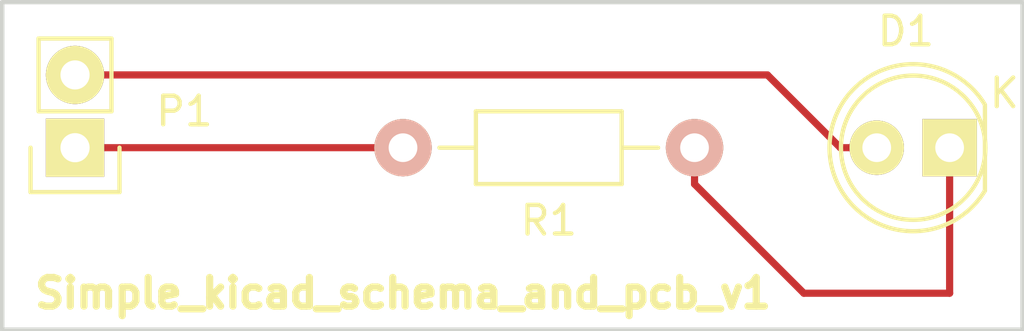
<source format=kicad_pcb>
(kicad_pcb (version 4) (host pcbnew 4.0.1-stable)

  (general
    (links 3)
    (no_connects 0)
    (area 105.334999 83.744999 142.315001 95.325001)
    (thickness 1.6)
    (drawings 6)
    (tracks 8)
    (zones 0)
    (modules 3)
    (nets 4)
  )

  (page A4)
  (layers
    (0 F.Cu signal)
    (31 B.Cu signal)
    (32 B.Adhes user)
    (33 F.Adhes user)
    (34 B.Paste user)
    (35 F.Paste user)
    (36 B.SilkS user)
    (37 F.SilkS user)
    (38 B.Mask user)
    (39 F.Mask user)
    (40 Dwgs.User user)
    (41 Cmts.User user)
    (42 Eco1.User user)
    (43 Eco2.User user)
    (44 Edge.Cuts user)
    (45 Margin user)
    (46 B.CrtYd user)
    (47 F.CrtYd user)
    (48 B.Fab user)
    (49 F.Fab user)
  )

  (setup
    (last_trace_width 0.25)
    (trace_clearance 0.2)
    (zone_clearance 0.508)
    (zone_45_only no)
    (trace_min 0.2)
    (segment_width 0.2)
    (edge_width 0.15)
    (via_size 0.6)
    (via_drill 0.4)
    (via_min_size 0.4)
    (via_min_drill 0.3)
    (uvia_size 0.3)
    (uvia_drill 0.1)
    (uvias_allowed no)
    (uvia_min_size 0.2)
    (uvia_min_drill 0.1)
    (pcb_text_width 0.3)
    (pcb_text_size 1.5 1.5)
    (mod_edge_width 0.15)
    (mod_text_size 1 1)
    (mod_text_width 0.15)
    (pad_size 1.524 1.524)
    (pad_drill 0.762)
    (pad_to_mask_clearance 0.2)
    (aux_axis_origin 0 0)
    (visible_elements FFFFFF7F)
    (pcbplotparams
      (layerselection 0x00030_80000001)
      (usegerberextensions false)
      (excludeedgelayer true)
      (linewidth 0.100000)
      (plotframeref false)
      (viasonmask false)
      (mode 1)
      (useauxorigin false)
      (hpglpennumber 1)
      (hpglpenspeed 20)
      (hpglpendiameter 15)
      (hpglpenoverlay 2)
      (psnegative false)
      (psa4output false)
      (plotreference true)
      (plotvalue true)
      (plotinvisibletext false)
      (padsonsilk false)
      (subtractmaskfromsilk false)
      (outputformat 1)
      (mirror false)
      (drillshape 1)
      (scaleselection 1)
      (outputdirectory ""))
  )

  (net 0 "")
  (net 1 "Net-(D1-Pad1)")
  (net 2 GND)
  (net 3 VCC)

  (net_class Default "This is the default net class."
    (clearance 0.2)
    (trace_width 0.25)
    (via_dia 0.6)
    (via_drill 0.4)
    (uvia_dia 0.3)
    (uvia_drill 0.1)
    (add_net GND)
    (add_net "Net-(D1-Pad1)")
    (add_net VCC)
  )

  (module LEDs:LED-5MM (layer F.Cu) (tedit 5570F7EA) (tstamp 5688412A)
    (at 138.43 88.9 180)
    (descr "LED 5mm round vertical")
    (tags "LED 5mm round vertical")
    (path /56883C38)
    (fp_text reference D1 (at 1.524 4.064 180) (layer F.SilkS)
      (effects (font (size 1 1) (thickness 0.15)))
    )
    (fp_text value LED (at 1.524 -3.937 180) (layer F.Fab)
      (effects (font (size 1 1) (thickness 0.15)))
    )
    (fp_line (start -1.5 -1.55) (end -1.5 1.55) (layer F.CrtYd) (width 0.05))
    (fp_arc (start 1.3 0) (end -1.5 1.55) (angle -302) (layer F.CrtYd) (width 0.05))
    (fp_arc (start 1.27 0) (end -1.23 -1.5) (angle 297.5) (layer F.SilkS) (width 0.15))
    (fp_line (start -1.23 1.5) (end -1.23 -1.5) (layer F.SilkS) (width 0.15))
    (fp_circle (center 1.27 0) (end 0.97 -2.5) (layer F.SilkS) (width 0.15))
    (fp_text user K (at -1.905 1.905 180) (layer F.SilkS)
      (effects (font (size 1 1) (thickness 0.15)))
    )
    (pad 1 thru_hole rect (at 0 0 270) (size 2 1.9) (drill 1.00076) (layers *.Cu *.Mask F.SilkS)
      (net 1 "Net-(D1-Pad1)"))
    (pad 2 thru_hole circle (at 2.54 0 180) (size 1.9 1.9) (drill 1.00076) (layers *.Cu *.Mask F.SilkS)
      (net 2 GND))
    (model LEDs.3dshapes/LED-5MM.wrl
      (at (xyz 0.05 0 0))
      (scale (xyz 1 1 1))
      (rotate (xyz 0 0 90))
    )
  )

  (module Pin_Headers:Pin_Header_Straight_1x02 (layer F.Cu) (tedit 568846E1) (tstamp 56884130)
    (at 107.95 88.9 180)
    (descr "Through hole pin header")
    (tags "pin header")
    (path /56883E2A)
    (fp_text reference P1 (at -3.81 1.27 180) (layer F.SilkS)
      (effects (font (size 1 1) (thickness 0.15)))
    )
    (fp_text value Power (at -5.08 3.81 180) (layer F.Fab)
      (effects (font (size 1 1) (thickness 0.15)))
    )
    (fp_line (start 1.27 1.27) (end 1.27 3.81) (layer F.SilkS) (width 0.15))
    (fp_line (start 1.55 -1.55) (end 1.55 0) (layer F.SilkS) (width 0.15))
    (fp_line (start -1.75 -1.75) (end -1.75 4.3) (layer F.CrtYd) (width 0.05))
    (fp_line (start 1.75 -1.75) (end 1.75 4.3) (layer F.CrtYd) (width 0.05))
    (fp_line (start -1.75 -1.75) (end 1.75 -1.75) (layer F.CrtYd) (width 0.05))
    (fp_line (start -1.75 4.3) (end 1.75 4.3) (layer F.CrtYd) (width 0.05))
    (fp_line (start 1.27 1.27) (end -1.27 1.27) (layer F.SilkS) (width 0.15))
    (fp_line (start -1.55 0) (end -1.55 -1.55) (layer F.SilkS) (width 0.15))
    (fp_line (start -1.55 -1.55) (end 1.55 -1.55) (layer F.SilkS) (width 0.15))
    (fp_line (start -1.27 1.27) (end -1.27 3.81) (layer F.SilkS) (width 0.15))
    (fp_line (start -1.27 3.81) (end 1.27 3.81) (layer F.SilkS) (width 0.15))
    (pad 1 thru_hole rect (at 0 0 180) (size 2.032 2.032) (drill 1.016) (layers *.Cu *.Mask F.SilkS)
      (net 3 VCC))
    (pad 2 thru_hole oval (at 0 2.54 180) (size 2.032 2.032) (drill 1.016) (layers *.Cu *.Mask F.SilkS)
      (net 2 GND))
    (model Pin_Headers.3dshapes/Pin_Header_Straight_1x02.wrl
      (at (xyz 0 -0.05 0))
      (scale (xyz 1 1 1))
      (rotate (xyz 0 0 90))
    )
  )

  (module Resistors_ThroughHole:Resistor_Horizontal_RM10mm (layer F.Cu) (tedit 56884699) (tstamp 56884136)
    (at 124.46 88.9 180)
    (descr "Resistor, Axial,  RM 10mm, 1/3W,")
    (tags "Resistor, Axial, RM 10mm, 1/3W,")
    (path /56883BF9)
    (fp_text reference R1 (at 0 -2.54 180) (layer F.SilkS)
      (effects (font (size 1 1) (thickness 0.15)))
    )
    (fp_text value 330 (at 0 0 180) (layer F.Fab)
      (effects (font (size 1 1) (thickness 0.15)))
    )
    (fp_line (start -2.54 -1.27) (end 2.54 -1.27) (layer F.SilkS) (width 0.15))
    (fp_line (start 2.54 -1.27) (end 2.54 1.27) (layer F.SilkS) (width 0.15))
    (fp_line (start 2.54 1.27) (end -2.54 1.27) (layer F.SilkS) (width 0.15))
    (fp_line (start -2.54 1.27) (end -2.54 -1.27) (layer F.SilkS) (width 0.15))
    (fp_line (start -2.54 0) (end -3.81 0) (layer F.SilkS) (width 0.15))
    (fp_line (start 2.54 0) (end 3.81 0) (layer F.SilkS) (width 0.15))
    (pad 1 thru_hole circle (at -5.08 0 180) (size 1.99898 1.99898) (drill 1.00076) (layers *.Cu *.SilkS *.Mask)
      (net 1 "Net-(D1-Pad1)"))
    (pad 2 thru_hole circle (at 5.08 0 180) (size 1.99898 1.99898) (drill 1.00076) (layers *.Cu *.SilkS *.Mask)
      (net 3 VCC))
    (model Resistors_ThroughHole.3dshapes/Resistor_Horizontal_RM10mm.wrl
      (at (xyz 0 0 0))
      (scale (xyz 0.4 0.4 0.4))
      (rotate (xyz 0 0 0))
    )
  )

  (gr_line (start 105.41 95.25) (end 140.97 95.25) (angle 90) (layer Edge.Cuts) (width 0.15))
  (gr_line (start 105.41 83.82) (end 105.41 95.25) (angle 90) (layer Edge.Cuts) (width 0.15))
  (gr_line (start 140.97 83.82) (end 105.41 83.82) (angle 90) (layer Edge.Cuts) (width 0.15))
  (gr_line (start 140.97 83.82) (end 140.97 95.25) (angle 90) (layer Edge.Cuts) (width 0.15))
  (gr_text Simple_kicad_schema_and_pcb_v1 (at 119.38 93.98) (layer F.SilkS)
    (effects (font (size 1 1) (thickness 0.25)))
  )
  (gr_line (start 105.41 83.82) (end 105.41 95.25) (angle 90) (layer Edge.Cuts) (width 0.15))

  (segment (start 129.54 88.9) (end 129.54 90.17) (width 0.25) (layer F.Cu) (net 1))
  (segment (start 138.43 93.98) (end 138.43 88.9) (width 0.25) (layer F.Cu) (net 1) (tstamp 5688447A))
  (segment (start 133.35 93.98) (end 138.43 93.98) (width 0.25) (layer F.Cu) (net 1) (tstamp 56884478))
  (segment (start 129.54 90.17) (end 133.35 93.98) (width 0.25) (layer F.Cu) (net 1) (tstamp 56884472))
  (segment (start 135.89 88.9) (end 134.62 88.9) (width 0.25) (layer F.Cu) (net 2))
  (segment (start 132.08 86.36) (end 107.95 86.36) (width 0.25) (layer F.Cu) (net 2) (tstamp 56884486) (status 20))
  (segment (start 134.62 88.9) (end 132.08 86.36) (width 0.25) (layer F.Cu) (net 2) (tstamp 56884483))
  (segment (start 107.95 88.9) (end 119.38 88.9) (width 0.25) (layer F.Cu) (net 3) (status 10))

)

</source>
